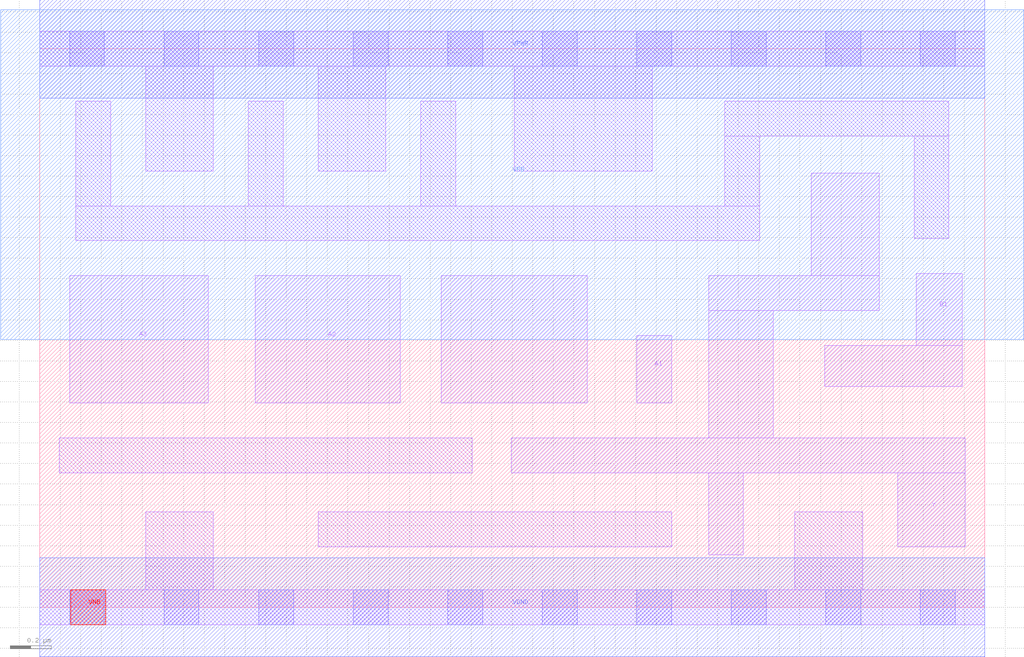
<source format=lef>
# Copyright 2020 The SkyWater PDK Authors
#
# Licensed under the Apache License, Version 2.0 (the "License");
# you may not use this file except in compliance with the License.
# You may obtain a copy of the License at
#
#     https://www.apache.org/licenses/LICENSE-2.0
#
# Unless required by applicable law or agreed to in writing, software
# distributed under the License is distributed on an "AS IS" BASIS,
# WITHOUT WARRANTIES OR CONDITIONS OF ANY KIND, either express or implied.
# See the License for the specific language governing permissions and
# limitations under the License.
#
# SPDX-License-Identifier: Apache-2.0

VERSION 5.7 ;
  NOWIREEXTENSIONATPIN ON ;
  DIVIDERCHAR "/" ;
  BUSBITCHARS "[]" ;
MACRO sky130_fd_sc_hd__a31oi_2
  CLASS CORE ;
  FOREIGN sky130_fd_sc_hd__a31oi_2 ;
  ORIGIN  0.000000  0.000000 ;
  SIZE  4.600000 BY  2.720000 ;
  SYMMETRY X Y R90 ;
  SITE unithd ;
  PIN A1
    ANTENNAGATEAREA  0.495000 ;
    DIRECTION INPUT ;
    USE SIGNAL ;
    PORT
      LAYER li1 ;
        RECT 1.955000 0.995000 2.665000 1.615000 ;
        RECT 2.905000 0.995000 3.075000 1.325000 ;
    END
  END A1
  PIN A2
    ANTENNAGATEAREA  0.495000 ;
    DIRECTION INPUT ;
    USE SIGNAL ;
    PORT
      LAYER li1 ;
        RECT 1.050000 0.995000 1.755000 1.615000 ;
    END
  END A2
  PIN A3
    ANTENNAGATEAREA  0.495000 ;
    DIRECTION INPUT ;
    USE SIGNAL ;
    PORT
      LAYER li1 ;
        RECT 0.145000 0.995000 0.820000 1.615000 ;
    END
  END A3
  PIN B1
    ANTENNAGATEAREA  0.495000 ;
    DIRECTION INPUT ;
    USE SIGNAL ;
    PORT
      LAYER li1 ;
        RECT 3.820000 1.075000 4.490000 1.275000 ;
        RECT 4.265000 1.275000 4.490000 1.625000 ;
    END
  END B1
  PIN VNB
    PORT
      LAYER pwell ;
        RECT 0.150000 -0.085000 0.320000 0.085000 ;
    END
  END VNB
  PIN VPB
    PORT
      LAYER nwell ;
        RECT -0.190000 1.305000 4.790000 2.910000 ;
    END
  END VPB
  PIN Y
    ANTENNADIFFAREA  0.922000 ;
    DIRECTION OUTPUT ;
    USE SIGNAL ;
    PORT
      LAYER li1 ;
        RECT 2.295000 0.655000 4.505000 0.825000 ;
        RECT 3.255000 0.255000 3.425000 0.655000 ;
        RECT 3.255000 0.825000 3.570000 1.445000 ;
        RECT 3.255000 1.445000 4.085000 1.615000 ;
        RECT 3.755000 1.615000 4.085000 2.115000 ;
        RECT 4.175000 0.295000 4.505000 0.655000 ;
    END
  END Y
  PIN VGND
    DIRECTION INOUT ;
    SHAPE ABUTMENT ;
    USE GROUND ;
    PORT
      LAYER met1 ;
        RECT 0.000000 -0.240000 4.600000 0.240000 ;
    END
  END VGND
  PIN VPWR
    DIRECTION INOUT ;
    SHAPE ABUTMENT ;
    USE POWER ;
    PORT
      LAYER met1 ;
        RECT 0.000000 2.480000 4.600000 2.960000 ;
    END
  END VPWR
  OBS
    LAYER li1 ;
      RECT 0.000000 -0.085000 4.600000 0.085000 ;
      RECT 0.000000  2.635000 4.600000 2.805000 ;
      RECT 0.095000  0.655000 2.105000 0.825000 ;
      RECT 0.175000  1.785000 3.505000 1.955000 ;
      RECT 0.175000  1.955000 0.345000 2.465000 ;
      RECT 0.515000  0.085000 0.845000 0.465000 ;
      RECT 0.515000  2.125000 0.845000 2.635000 ;
      RECT 1.015000  1.955000 1.185000 2.465000 ;
      RECT 1.355000  0.295000 3.075000 0.465000 ;
      RECT 1.355000  2.125000 1.685000 2.635000 ;
      RECT 1.855000  1.955000 2.025000 2.465000 ;
      RECT 2.310000  2.125000 2.980000 2.635000 ;
      RECT 3.335000  1.955000 3.505000 2.295000 ;
      RECT 3.335000  2.295000 4.425000 2.465000 ;
      RECT 3.675000  0.085000 4.005000 0.465000 ;
      RECT 4.255000  1.795000 4.425000 2.295000 ;
    LAYER mcon ;
      RECT 0.145000 -0.085000 0.315000 0.085000 ;
      RECT 0.145000  2.635000 0.315000 2.805000 ;
      RECT 0.605000 -0.085000 0.775000 0.085000 ;
      RECT 0.605000  2.635000 0.775000 2.805000 ;
      RECT 1.065000 -0.085000 1.235000 0.085000 ;
      RECT 1.065000  2.635000 1.235000 2.805000 ;
      RECT 1.525000 -0.085000 1.695000 0.085000 ;
      RECT 1.525000  2.635000 1.695000 2.805000 ;
      RECT 1.985000 -0.085000 2.155000 0.085000 ;
      RECT 1.985000  2.635000 2.155000 2.805000 ;
      RECT 2.445000 -0.085000 2.615000 0.085000 ;
      RECT 2.445000  2.635000 2.615000 2.805000 ;
      RECT 2.905000 -0.085000 3.075000 0.085000 ;
      RECT 2.905000  2.635000 3.075000 2.805000 ;
      RECT 3.365000 -0.085000 3.535000 0.085000 ;
      RECT 3.365000  2.635000 3.535000 2.805000 ;
      RECT 3.825000 -0.085000 3.995000 0.085000 ;
      RECT 3.825000  2.635000 3.995000 2.805000 ;
      RECT 4.285000 -0.085000 4.455000 0.085000 ;
      RECT 4.285000  2.635000 4.455000 2.805000 ;
  END
END sky130_fd_sc_hd__a31oi_2
END LIBRARY

</source>
